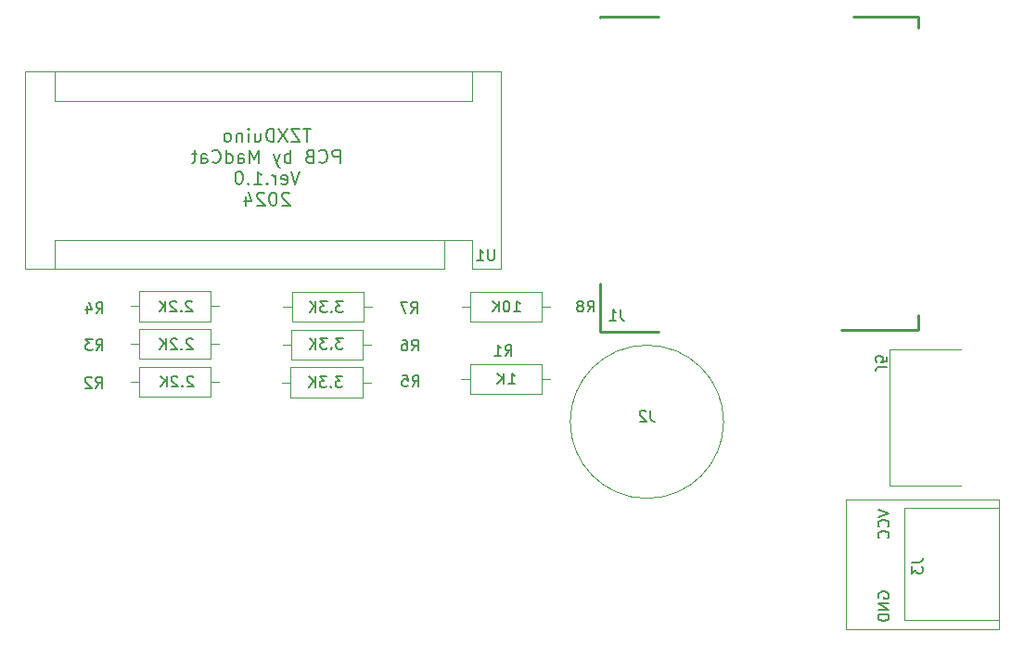
<source format=gbr>
%TF.GenerationSoftware,KiCad,Pcbnew,7.0.1*%
%TF.CreationDate,2024-03-20T11:55:58+03:00*%
%TF.ProjectId,TZXDuino,545a5844-7569-46e6-9f2e-6b696361645f,rev?*%
%TF.SameCoordinates,Original*%
%TF.FileFunction,Legend,Bot*%
%TF.FilePolarity,Positive*%
%FSLAX46Y46*%
G04 Gerber Fmt 4.6, Leading zero omitted, Abs format (unit mm)*
G04 Created by KiCad (PCBNEW 7.0.1) date 2024-03-20 11:55:58*
%MOMM*%
%LPD*%
G01*
G04 APERTURE LIST*
%ADD10C,0.200000*%
%ADD11C,0.150000*%
%ADD12C,0.120000*%
%ADD13C,0.100000*%
%ADD14C,0.254000*%
G04 APERTURE END LIST*
D10*
X120169999Y-78121142D02*
X119484285Y-78121142D01*
X119827142Y-79321142D02*
X119827142Y-78121142D01*
X119198570Y-78121142D02*
X118398570Y-78121142D01*
X118398570Y-78121142D02*
X119198570Y-79321142D01*
X119198570Y-79321142D02*
X118398570Y-79321142D01*
X118055713Y-78121142D02*
X117255713Y-79321142D01*
X117255713Y-78121142D02*
X118055713Y-79321142D01*
X116798570Y-79321142D02*
X116798570Y-78121142D01*
X116798570Y-78121142D02*
X116512856Y-78121142D01*
X116512856Y-78121142D02*
X116341427Y-78178285D01*
X116341427Y-78178285D02*
X116227142Y-78292571D01*
X116227142Y-78292571D02*
X116169999Y-78406857D01*
X116169999Y-78406857D02*
X116112856Y-78635428D01*
X116112856Y-78635428D02*
X116112856Y-78806857D01*
X116112856Y-78806857D02*
X116169999Y-79035428D01*
X116169999Y-79035428D02*
X116227142Y-79149714D01*
X116227142Y-79149714D02*
X116341427Y-79264000D01*
X116341427Y-79264000D02*
X116512856Y-79321142D01*
X116512856Y-79321142D02*
X116798570Y-79321142D01*
X115084285Y-78521142D02*
X115084285Y-79321142D01*
X115598570Y-78521142D02*
X115598570Y-79149714D01*
X115598570Y-79149714D02*
X115541427Y-79264000D01*
X115541427Y-79264000D02*
X115427142Y-79321142D01*
X115427142Y-79321142D02*
X115255713Y-79321142D01*
X115255713Y-79321142D02*
X115141427Y-79264000D01*
X115141427Y-79264000D02*
X115084285Y-79206857D01*
X114512856Y-79321142D02*
X114512856Y-78521142D01*
X114512856Y-78121142D02*
X114569999Y-78178285D01*
X114569999Y-78178285D02*
X114512856Y-78235428D01*
X114512856Y-78235428D02*
X114455713Y-78178285D01*
X114455713Y-78178285D02*
X114512856Y-78121142D01*
X114512856Y-78121142D02*
X114512856Y-78235428D01*
X113941427Y-78521142D02*
X113941427Y-79321142D01*
X113941427Y-78635428D02*
X113884284Y-78578285D01*
X113884284Y-78578285D02*
X113769999Y-78521142D01*
X113769999Y-78521142D02*
X113598570Y-78521142D01*
X113598570Y-78521142D02*
X113484284Y-78578285D01*
X113484284Y-78578285D02*
X113427142Y-78692571D01*
X113427142Y-78692571D02*
X113427142Y-79321142D01*
X112684285Y-79321142D02*
X112798570Y-79264000D01*
X112798570Y-79264000D02*
X112855713Y-79206857D01*
X112855713Y-79206857D02*
X112912856Y-79092571D01*
X112912856Y-79092571D02*
X112912856Y-78749714D01*
X112912856Y-78749714D02*
X112855713Y-78635428D01*
X112855713Y-78635428D02*
X112798570Y-78578285D01*
X112798570Y-78578285D02*
X112684285Y-78521142D01*
X112684285Y-78521142D02*
X112512856Y-78521142D01*
X112512856Y-78521142D02*
X112398570Y-78578285D01*
X112398570Y-78578285D02*
X112341428Y-78635428D01*
X112341428Y-78635428D02*
X112284285Y-78749714D01*
X112284285Y-78749714D02*
X112284285Y-79092571D01*
X112284285Y-79092571D02*
X112341428Y-79206857D01*
X112341428Y-79206857D02*
X112398570Y-79264000D01*
X112398570Y-79264000D02*
X112512856Y-79321142D01*
X112512856Y-79321142D02*
X112684285Y-79321142D01*
X122855713Y-81265142D02*
X122855713Y-80065142D01*
X122855713Y-80065142D02*
X122398570Y-80065142D01*
X122398570Y-80065142D02*
X122284285Y-80122285D01*
X122284285Y-80122285D02*
X122227142Y-80179428D01*
X122227142Y-80179428D02*
X122169999Y-80293714D01*
X122169999Y-80293714D02*
X122169999Y-80465142D01*
X122169999Y-80465142D02*
X122227142Y-80579428D01*
X122227142Y-80579428D02*
X122284285Y-80636571D01*
X122284285Y-80636571D02*
X122398570Y-80693714D01*
X122398570Y-80693714D02*
X122855713Y-80693714D01*
X120969999Y-81150857D02*
X121027142Y-81208000D01*
X121027142Y-81208000D02*
X121198570Y-81265142D01*
X121198570Y-81265142D02*
X121312856Y-81265142D01*
X121312856Y-81265142D02*
X121484285Y-81208000D01*
X121484285Y-81208000D02*
X121598570Y-81093714D01*
X121598570Y-81093714D02*
X121655713Y-80979428D01*
X121655713Y-80979428D02*
X121712856Y-80750857D01*
X121712856Y-80750857D02*
X121712856Y-80579428D01*
X121712856Y-80579428D02*
X121655713Y-80350857D01*
X121655713Y-80350857D02*
X121598570Y-80236571D01*
X121598570Y-80236571D02*
X121484285Y-80122285D01*
X121484285Y-80122285D02*
X121312856Y-80065142D01*
X121312856Y-80065142D02*
X121198570Y-80065142D01*
X121198570Y-80065142D02*
X121027142Y-80122285D01*
X121027142Y-80122285D02*
X120969999Y-80179428D01*
X120055713Y-80636571D02*
X119884285Y-80693714D01*
X119884285Y-80693714D02*
X119827142Y-80750857D01*
X119827142Y-80750857D02*
X119769999Y-80865142D01*
X119769999Y-80865142D02*
X119769999Y-81036571D01*
X119769999Y-81036571D02*
X119827142Y-81150857D01*
X119827142Y-81150857D02*
X119884285Y-81208000D01*
X119884285Y-81208000D02*
X119998570Y-81265142D01*
X119998570Y-81265142D02*
X120455713Y-81265142D01*
X120455713Y-81265142D02*
X120455713Y-80065142D01*
X120455713Y-80065142D02*
X120055713Y-80065142D01*
X120055713Y-80065142D02*
X119941428Y-80122285D01*
X119941428Y-80122285D02*
X119884285Y-80179428D01*
X119884285Y-80179428D02*
X119827142Y-80293714D01*
X119827142Y-80293714D02*
X119827142Y-80408000D01*
X119827142Y-80408000D02*
X119884285Y-80522285D01*
X119884285Y-80522285D02*
X119941428Y-80579428D01*
X119941428Y-80579428D02*
X120055713Y-80636571D01*
X120055713Y-80636571D02*
X120455713Y-80636571D01*
X118341427Y-81265142D02*
X118341427Y-80065142D01*
X118341427Y-80522285D02*
X118227142Y-80465142D01*
X118227142Y-80465142D02*
X117998570Y-80465142D01*
X117998570Y-80465142D02*
X117884284Y-80522285D01*
X117884284Y-80522285D02*
X117827142Y-80579428D01*
X117827142Y-80579428D02*
X117769999Y-80693714D01*
X117769999Y-80693714D02*
X117769999Y-81036571D01*
X117769999Y-81036571D02*
X117827142Y-81150857D01*
X117827142Y-81150857D02*
X117884284Y-81208000D01*
X117884284Y-81208000D02*
X117998570Y-81265142D01*
X117998570Y-81265142D02*
X118227142Y-81265142D01*
X118227142Y-81265142D02*
X118341427Y-81208000D01*
X117369999Y-80465142D02*
X117084285Y-81265142D01*
X116798570Y-80465142D02*
X117084285Y-81265142D01*
X117084285Y-81265142D02*
X117198570Y-81550857D01*
X117198570Y-81550857D02*
X117255713Y-81608000D01*
X117255713Y-81608000D02*
X117369999Y-81665142D01*
X115427141Y-81265142D02*
X115427141Y-80065142D01*
X115427141Y-80065142D02*
X115027141Y-80922285D01*
X115027141Y-80922285D02*
X114627141Y-80065142D01*
X114627141Y-80065142D02*
X114627141Y-81265142D01*
X113541427Y-81265142D02*
X113541427Y-80636571D01*
X113541427Y-80636571D02*
X113598569Y-80522285D01*
X113598569Y-80522285D02*
X113712855Y-80465142D01*
X113712855Y-80465142D02*
X113941427Y-80465142D01*
X113941427Y-80465142D02*
X114055712Y-80522285D01*
X113541427Y-81208000D02*
X113655712Y-81265142D01*
X113655712Y-81265142D02*
X113941427Y-81265142D01*
X113941427Y-81265142D02*
X114055712Y-81208000D01*
X114055712Y-81208000D02*
X114112855Y-81093714D01*
X114112855Y-81093714D02*
X114112855Y-80979428D01*
X114112855Y-80979428D02*
X114055712Y-80865142D01*
X114055712Y-80865142D02*
X113941427Y-80808000D01*
X113941427Y-80808000D02*
X113655712Y-80808000D01*
X113655712Y-80808000D02*
X113541427Y-80750857D01*
X112455713Y-81265142D02*
X112455713Y-80065142D01*
X112455713Y-81208000D02*
X112569998Y-81265142D01*
X112569998Y-81265142D02*
X112798570Y-81265142D01*
X112798570Y-81265142D02*
X112912855Y-81208000D01*
X112912855Y-81208000D02*
X112969998Y-81150857D01*
X112969998Y-81150857D02*
X113027141Y-81036571D01*
X113027141Y-81036571D02*
X113027141Y-80693714D01*
X113027141Y-80693714D02*
X112969998Y-80579428D01*
X112969998Y-80579428D02*
X112912855Y-80522285D01*
X112912855Y-80522285D02*
X112798570Y-80465142D01*
X112798570Y-80465142D02*
X112569998Y-80465142D01*
X112569998Y-80465142D02*
X112455713Y-80522285D01*
X111198570Y-81150857D02*
X111255713Y-81208000D01*
X111255713Y-81208000D02*
X111427141Y-81265142D01*
X111427141Y-81265142D02*
X111541427Y-81265142D01*
X111541427Y-81265142D02*
X111712856Y-81208000D01*
X111712856Y-81208000D02*
X111827141Y-81093714D01*
X111827141Y-81093714D02*
X111884284Y-80979428D01*
X111884284Y-80979428D02*
X111941427Y-80750857D01*
X111941427Y-80750857D02*
X111941427Y-80579428D01*
X111941427Y-80579428D02*
X111884284Y-80350857D01*
X111884284Y-80350857D02*
X111827141Y-80236571D01*
X111827141Y-80236571D02*
X111712856Y-80122285D01*
X111712856Y-80122285D02*
X111541427Y-80065142D01*
X111541427Y-80065142D02*
X111427141Y-80065142D01*
X111427141Y-80065142D02*
X111255713Y-80122285D01*
X111255713Y-80122285D02*
X111198570Y-80179428D01*
X110169999Y-81265142D02*
X110169999Y-80636571D01*
X110169999Y-80636571D02*
X110227141Y-80522285D01*
X110227141Y-80522285D02*
X110341427Y-80465142D01*
X110341427Y-80465142D02*
X110569999Y-80465142D01*
X110569999Y-80465142D02*
X110684284Y-80522285D01*
X110169999Y-81208000D02*
X110284284Y-81265142D01*
X110284284Y-81265142D02*
X110569999Y-81265142D01*
X110569999Y-81265142D02*
X110684284Y-81208000D01*
X110684284Y-81208000D02*
X110741427Y-81093714D01*
X110741427Y-81093714D02*
X110741427Y-80979428D01*
X110741427Y-80979428D02*
X110684284Y-80865142D01*
X110684284Y-80865142D02*
X110569999Y-80808000D01*
X110569999Y-80808000D02*
X110284284Y-80808000D01*
X110284284Y-80808000D02*
X110169999Y-80750857D01*
X109769999Y-80465142D02*
X109312856Y-80465142D01*
X109598570Y-80065142D02*
X109598570Y-81093714D01*
X109598570Y-81093714D02*
X109541427Y-81208000D01*
X109541427Y-81208000D02*
X109427142Y-81265142D01*
X109427142Y-81265142D02*
X109312856Y-81265142D01*
X119169999Y-82009142D02*
X118769999Y-83209142D01*
X118769999Y-83209142D02*
X118369999Y-82009142D01*
X117512856Y-83152000D02*
X117627142Y-83209142D01*
X117627142Y-83209142D02*
X117855714Y-83209142D01*
X117855714Y-83209142D02*
X117969999Y-83152000D01*
X117969999Y-83152000D02*
X118027142Y-83037714D01*
X118027142Y-83037714D02*
X118027142Y-82580571D01*
X118027142Y-82580571D02*
X117969999Y-82466285D01*
X117969999Y-82466285D02*
X117855714Y-82409142D01*
X117855714Y-82409142D02*
X117627142Y-82409142D01*
X117627142Y-82409142D02*
X117512856Y-82466285D01*
X117512856Y-82466285D02*
X117455714Y-82580571D01*
X117455714Y-82580571D02*
X117455714Y-82694857D01*
X117455714Y-82694857D02*
X118027142Y-82809142D01*
X116941428Y-83209142D02*
X116941428Y-82409142D01*
X116941428Y-82637714D02*
X116884285Y-82523428D01*
X116884285Y-82523428D02*
X116827143Y-82466285D01*
X116827143Y-82466285D02*
X116712857Y-82409142D01*
X116712857Y-82409142D02*
X116598571Y-82409142D01*
X116198571Y-83094857D02*
X116141428Y-83152000D01*
X116141428Y-83152000D02*
X116198571Y-83209142D01*
X116198571Y-83209142D02*
X116255714Y-83152000D01*
X116255714Y-83152000D02*
X116198571Y-83094857D01*
X116198571Y-83094857D02*
X116198571Y-83209142D01*
X114998571Y-83209142D02*
X115684285Y-83209142D01*
X115341428Y-83209142D02*
X115341428Y-82009142D01*
X115341428Y-82009142D02*
X115455714Y-82180571D01*
X115455714Y-82180571D02*
X115569999Y-82294857D01*
X115569999Y-82294857D02*
X115684285Y-82352000D01*
X114484285Y-83094857D02*
X114427142Y-83152000D01*
X114427142Y-83152000D02*
X114484285Y-83209142D01*
X114484285Y-83209142D02*
X114541428Y-83152000D01*
X114541428Y-83152000D02*
X114484285Y-83094857D01*
X114484285Y-83094857D02*
X114484285Y-83209142D01*
X113684285Y-82009142D02*
X113569999Y-82009142D01*
X113569999Y-82009142D02*
X113455713Y-82066285D01*
X113455713Y-82066285D02*
X113398571Y-82123428D01*
X113398571Y-82123428D02*
X113341428Y-82237714D01*
X113341428Y-82237714D02*
X113284285Y-82466285D01*
X113284285Y-82466285D02*
X113284285Y-82752000D01*
X113284285Y-82752000D02*
X113341428Y-82980571D01*
X113341428Y-82980571D02*
X113398571Y-83094857D01*
X113398571Y-83094857D02*
X113455713Y-83152000D01*
X113455713Y-83152000D02*
X113569999Y-83209142D01*
X113569999Y-83209142D02*
X113684285Y-83209142D01*
X113684285Y-83209142D02*
X113798571Y-83152000D01*
X113798571Y-83152000D02*
X113855713Y-83094857D01*
X113855713Y-83094857D02*
X113912856Y-82980571D01*
X113912856Y-82980571D02*
X113969999Y-82752000D01*
X113969999Y-82752000D02*
X113969999Y-82466285D01*
X113969999Y-82466285D02*
X113912856Y-82237714D01*
X113912856Y-82237714D02*
X113855713Y-82123428D01*
X113855713Y-82123428D02*
X113798571Y-82066285D01*
X113798571Y-82066285D02*
X113684285Y-82009142D01*
X118227142Y-84067428D02*
X118169999Y-84010285D01*
X118169999Y-84010285D02*
X118055714Y-83953142D01*
X118055714Y-83953142D02*
X117769999Y-83953142D01*
X117769999Y-83953142D02*
X117655714Y-84010285D01*
X117655714Y-84010285D02*
X117598571Y-84067428D01*
X117598571Y-84067428D02*
X117541428Y-84181714D01*
X117541428Y-84181714D02*
X117541428Y-84296000D01*
X117541428Y-84296000D02*
X117598571Y-84467428D01*
X117598571Y-84467428D02*
X118284285Y-85153142D01*
X118284285Y-85153142D02*
X117541428Y-85153142D01*
X116798571Y-83953142D02*
X116684285Y-83953142D01*
X116684285Y-83953142D02*
X116569999Y-84010285D01*
X116569999Y-84010285D02*
X116512857Y-84067428D01*
X116512857Y-84067428D02*
X116455714Y-84181714D01*
X116455714Y-84181714D02*
X116398571Y-84410285D01*
X116398571Y-84410285D02*
X116398571Y-84696000D01*
X116398571Y-84696000D02*
X116455714Y-84924571D01*
X116455714Y-84924571D02*
X116512857Y-85038857D01*
X116512857Y-85038857D02*
X116569999Y-85096000D01*
X116569999Y-85096000D02*
X116684285Y-85153142D01*
X116684285Y-85153142D02*
X116798571Y-85153142D01*
X116798571Y-85153142D02*
X116912857Y-85096000D01*
X116912857Y-85096000D02*
X116969999Y-85038857D01*
X116969999Y-85038857D02*
X117027142Y-84924571D01*
X117027142Y-84924571D02*
X117084285Y-84696000D01*
X117084285Y-84696000D02*
X117084285Y-84410285D01*
X117084285Y-84410285D02*
X117027142Y-84181714D01*
X117027142Y-84181714D02*
X116969999Y-84067428D01*
X116969999Y-84067428D02*
X116912857Y-84010285D01*
X116912857Y-84010285D02*
X116798571Y-83953142D01*
X115941428Y-84067428D02*
X115884285Y-84010285D01*
X115884285Y-84010285D02*
X115770000Y-83953142D01*
X115770000Y-83953142D02*
X115484285Y-83953142D01*
X115484285Y-83953142D02*
X115370000Y-84010285D01*
X115370000Y-84010285D02*
X115312857Y-84067428D01*
X115312857Y-84067428D02*
X115255714Y-84181714D01*
X115255714Y-84181714D02*
X115255714Y-84296000D01*
X115255714Y-84296000D02*
X115312857Y-84467428D01*
X115312857Y-84467428D02*
X115998571Y-85153142D01*
X115998571Y-85153142D02*
X115255714Y-85153142D01*
X114227143Y-84353142D02*
X114227143Y-85153142D01*
X114512857Y-83896000D02*
X114798571Y-84753142D01*
X114798571Y-84753142D02*
X114055714Y-84753142D01*
D11*
%TO.C,U1*%
X136931904Y-89162619D02*
X136931904Y-89972142D01*
X136931904Y-89972142D02*
X136884285Y-90067380D01*
X136884285Y-90067380D02*
X136836666Y-90115000D01*
X136836666Y-90115000D02*
X136741428Y-90162619D01*
X136741428Y-90162619D02*
X136550952Y-90162619D01*
X136550952Y-90162619D02*
X136455714Y-90115000D01*
X136455714Y-90115000D02*
X136408095Y-90067380D01*
X136408095Y-90067380D02*
X136360476Y-89972142D01*
X136360476Y-89972142D02*
X136360476Y-89162619D01*
X135360476Y-90162619D02*
X135931904Y-90162619D01*
X135646190Y-90162619D02*
X135646190Y-89162619D01*
X135646190Y-89162619D02*
X135741428Y-89305476D01*
X135741428Y-89305476D02*
X135836666Y-89400714D01*
X135836666Y-89400714D02*
X135931904Y-89448333D01*
%TO.C,R4*%
X100598266Y-95001419D02*
X100931599Y-94525228D01*
X101169694Y-95001419D02*
X101169694Y-94001419D01*
X101169694Y-94001419D02*
X100788742Y-94001419D01*
X100788742Y-94001419D02*
X100693504Y-94049038D01*
X100693504Y-94049038D02*
X100645885Y-94096657D01*
X100645885Y-94096657D02*
X100598266Y-94191895D01*
X100598266Y-94191895D02*
X100598266Y-94334752D01*
X100598266Y-94334752D02*
X100645885Y-94429990D01*
X100645885Y-94429990D02*
X100693504Y-94477609D01*
X100693504Y-94477609D02*
X100788742Y-94525228D01*
X100788742Y-94525228D02*
X101169694Y-94525228D01*
X99741123Y-94334752D02*
X99741123Y-95001419D01*
X99979218Y-93953800D02*
X100217313Y-94668085D01*
X100217313Y-94668085D02*
X99598266Y-94668085D01*
X109348399Y-93944257D02*
X109300780Y-93896638D01*
X109300780Y-93896638D02*
X109205542Y-93849019D01*
X109205542Y-93849019D02*
X108967447Y-93849019D01*
X108967447Y-93849019D02*
X108872209Y-93896638D01*
X108872209Y-93896638D02*
X108824590Y-93944257D01*
X108824590Y-93944257D02*
X108776971Y-94039495D01*
X108776971Y-94039495D02*
X108776971Y-94134733D01*
X108776971Y-94134733D02*
X108824590Y-94277590D01*
X108824590Y-94277590D02*
X109396018Y-94849019D01*
X109396018Y-94849019D02*
X108776971Y-94849019D01*
X108348399Y-94753780D02*
X108300780Y-94801400D01*
X108300780Y-94801400D02*
X108348399Y-94849019D01*
X108348399Y-94849019D02*
X108396018Y-94801400D01*
X108396018Y-94801400D02*
X108348399Y-94753780D01*
X108348399Y-94753780D02*
X108348399Y-94849019D01*
X107919828Y-93944257D02*
X107872209Y-93896638D01*
X107872209Y-93896638D02*
X107776971Y-93849019D01*
X107776971Y-93849019D02*
X107538876Y-93849019D01*
X107538876Y-93849019D02*
X107443638Y-93896638D01*
X107443638Y-93896638D02*
X107396019Y-93944257D01*
X107396019Y-93944257D02*
X107348400Y-94039495D01*
X107348400Y-94039495D02*
X107348400Y-94134733D01*
X107348400Y-94134733D02*
X107396019Y-94277590D01*
X107396019Y-94277590D02*
X107967447Y-94849019D01*
X107967447Y-94849019D02*
X107348400Y-94849019D01*
X106919828Y-94849019D02*
X106919828Y-93849019D01*
X106348400Y-94849019D02*
X106776971Y-94277590D01*
X106348400Y-93849019D02*
X106919828Y-94420447D01*
%TO.C,J3*%
X175037819Y-117751666D02*
X175752104Y-117751666D01*
X175752104Y-117751666D02*
X175894961Y-117704047D01*
X175894961Y-117704047D02*
X175990200Y-117608809D01*
X175990200Y-117608809D02*
X176037819Y-117465952D01*
X176037819Y-117465952D02*
X176037819Y-117370714D01*
X175037819Y-118132619D02*
X175037819Y-118751666D01*
X175037819Y-118751666D02*
X175418771Y-118418333D01*
X175418771Y-118418333D02*
X175418771Y-118561190D01*
X175418771Y-118561190D02*
X175466390Y-118656428D01*
X175466390Y-118656428D02*
X175514009Y-118704047D01*
X175514009Y-118704047D02*
X175609247Y-118751666D01*
X175609247Y-118751666D02*
X175847342Y-118751666D01*
X175847342Y-118751666D02*
X175942580Y-118704047D01*
X175942580Y-118704047D02*
X175990200Y-118656428D01*
X175990200Y-118656428D02*
X176037819Y-118561190D01*
X176037819Y-118561190D02*
X176037819Y-118275476D01*
X176037819Y-118275476D02*
X175990200Y-118180238D01*
X175990200Y-118180238D02*
X175942580Y-118132619D01*
X171960019Y-112927838D02*
X172960019Y-113261171D01*
X172960019Y-113261171D02*
X171960019Y-113594504D01*
X172864780Y-114499266D02*
X172912400Y-114451647D01*
X172912400Y-114451647D02*
X172960019Y-114308790D01*
X172960019Y-114308790D02*
X172960019Y-114213552D01*
X172960019Y-114213552D02*
X172912400Y-114070695D01*
X172912400Y-114070695D02*
X172817161Y-113975457D01*
X172817161Y-113975457D02*
X172721923Y-113927838D01*
X172721923Y-113927838D02*
X172531447Y-113880219D01*
X172531447Y-113880219D02*
X172388590Y-113880219D01*
X172388590Y-113880219D02*
X172198114Y-113927838D01*
X172198114Y-113927838D02*
X172102876Y-113975457D01*
X172102876Y-113975457D02*
X172007638Y-114070695D01*
X172007638Y-114070695D02*
X171960019Y-114213552D01*
X171960019Y-114213552D02*
X171960019Y-114308790D01*
X171960019Y-114308790D02*
X172007638Y-114451647D01*
X172007638Y-114451647D02*
X172055257Y-114499266D01*
X172864780Y-115499266D02*
X172912400Y-115451647D01*
X172912400Y-115451647D02*
X172960019Y-115308790D01*
X172960019Y-115308790D02*
X172960019Y-115213552D01*
X172960019Y-115213552D02*
X172912400Y-115070695D01*
X172912400Y-115070695D02*
X172817161Y-114975457D01*
X172817161Y-114975457D02*
X172721923Y-114927838D01*
X172721923Y-114927838D02*
X172531447Y-114880219D01*
X172531447Y-114880219D02*
X172388590Y-114880219D01*
X172388590Y-114880219D02*
X172198114Y-114927838D01*
X172198114Y-114927838D02*
X172102876Y-114975457D01*
X172102876Y-114975457D02*
X172007638Y-115070695D01*
X172007638Y-115070695D02*
X171960019Y-115213552D01*
X171960019Y-115213552D02*
X171960019Y-115308790D01*
X171960019Y-115308790D02*
X172007638Y-115451647D01*
X172007638Y-115451647D02*
X172055257Y-115499266D01*
X172007638Y-120994504D02*
X171960019Y-120899266D01*
X171960019Y-120899266D02*
X171960019Y-120756409D01*
X171960019Y-120756409D02*
X172007638Y-120613552D01*
X172007638Y-120613552D02*
X172102876Y-120518314D01*
X172102876Y-120518314D02*
X172198114Y-120470695D01*
X172198114Y-120470695D02*
X172388590Y-120423076D01*
X172388590Y-120423076D02*
X172531447Y-120423076D01*
X172531447Y-120423076D02*
X172721923Y-120470695D01*
X172721923Y-120470695D02*
X172817161Y-120518314D01*
X172817161Y-120518314D02*
X172912400Y-120613552D01*
X172912400Y-120613552D02*
X172960019Y-120756409D01*
X172960019Y-120756409D02*
X172960019Y-120851647D01*
X172960019Y-120851647D02*
X172912400Y-120994504D01*
X172912400Y-120994504D02*
X172864780Y-121042123D01*
X172864780Y-121042123D02*
X172531447Y-121042123D01*
X172531447Y-121042123D02*
X172531447Y-120851647D01*
X172960019Y-121470695D02*
X171960019Y-121470695D01*
X171960019Y-121470695D02*
X172960019Y-122042123D01*
X172960019Y-122042123D02*
X171960019Y-122042123D01*
X172960019Y-122518314D02*
X171960019Y-122518314D01*
X171960019Y-122518314D02*
X171960019Y-122756409D01*
X171960019Y-122756409D02*
X172007638Y-122899266D01*
X172007638Y-122899266D02*
X172102876Y-122994504D01*
X172102876Y-122994504D02*
X172198114Y-123042123D01*
X172198114Y-123042123D02*
X172388590Y-123089742D01*
X172388590Y-123089742D02*
X172531447Y-123089742D01*
X172531447Y-123089742D02*
X172721923Y-123042123D01*
X172721923Y-123042123D02*
X172817161Y-122994504D01*
X172817161Y-122994504D02*
X172912400Y-122899266D01*
X172912400Y-122899266D02*
X172960019Y-122756409D01*
X172960019Y-122756409D02*
X172960019Y-122518314D01*
%TO.C,R7*%
X129351066Y-94950619D02*
X129684399Y-94474428D01*
X129922494Y-94950619D02*
X129922494Y-93950619D01*
X129922494Y-93950619D02*
X129541542Y-93950619D01*
X129541542Y-93950619D02*
X129446304Y-93998238D01*
X129446304Y-93998238D02*
X129398685Y-94045857D01*
X129398685Y-94045857D02*
X129351066Y-94141095D01*
X129351066Y-94141095D02*
X129351066Y-94283952D01*
X129351066Y-94283952D02*
X129398685Y-94379190D01*
X129398685Y-94379190D02*
X129446304Y-94426809D01*
X129446304Y-94426809D02*
X129541542Y-94474428D01*
X129541542Y-94474428D02*
X129922494Y-94474428D01*
X129017732Y-93950619D02*
X128351066Y-93950619D01*
X128351066Y-93950619D02*
X128779637Y-94950619D01*
X123112018Y-93899819D02*
X122492971Y-93899819D01*
X122492971Y-93899819D02*
X122826304Y-94280771D01*
X122826304Y-94280771D02*
X122683447Y-94280771D01*
X122683447Y-94280771D02*
X122588209Y-94328390D01*
X122588209Y-94328390D02*
X122540590Y-94376009D01*
X122540590Y-94376009D02*
X122492971Y-94471247D01*
X122492971Y-94471247D02*
X122492971Y-94709342D01*
X122492971Y-94709342D02*
X122540590Y-94804580D01*
X122540590Y-94804580D02*
X122588209Y-94852200D01*
X122588209Y-94852200D02*
X122683447Y-94899819D01*
X122683447Y-94899819D02*
X122969161Y-94899819D01*
X122969161Y-94899819D02*
X123064399Y-94852200D01*
X123064399Y-94852200D02*
X123112018Y-94804580D01*
X122064399Y-94804580D02*
X122016780Y-94852200D01*
X122016780Y-94852200D02*
X122064399Y-94899819D01*
X122064399Y-94899819D02*
X122112018Y-94852200D01*
X122112018Y-94852200D02*
X122064399Y-94804580D01*
X122064399Y-94804580D02*
X122064399Y-94899819D01*
X121683447Y-93899819D02*
X121064400Y-93899819D01*
X121064400Y-93899819D02*
X121397733Y-94280771D01*
X121397733Y-94280771D02*
X121254876Y-94280771D01*
X121254876Y-94280771D02*
X121159638Y-94328390D01*
X121159638Y-94328390D02*
X121112019Y-94376009D01*
X121112019Y-94376009D02*
X121064400Y-94471247D01*
X121064400Y-94471247D02*
X121064400Y-94709342D01*
X121064400Y-94709342D02*
X121112019Y-94804580D01*
X121112019Y-94804580D02*
X121159638Y-94852200D01*
X121159638Y-94852200D02*
X121254876Y-94899819D01*
X121254876Y-94899819D02*
X121540590Y-94899819D01*
X121540590Y-94899819D02*
X121635828Y-94852200D01*
X121635828Y-94852200D02*
X121683447Y-94804580D01*
X120635828Y-94899819D02*
X120635828Y-93899819D01*
X120064400Y-94899819D02*
X120492971Y-94328390D01*
X120064400Y-93899819D02*
X120635828Y-94471247D01*
%TO.C,R6*%
X129401866Y-98405019D02*
X129735199Y-97928828D01*
X129973294Y-98405019D02*
X129973294Y-97405019D01*
X129973294Y-97405019D02*
X129592342Y-97405019D01*
X129592342Y-97405019D02*
X129497104Y-97452638D01*
X129497104Y-97452638D02*
X129449485Y-97500257D01*
X129449485Y-97500257D02*
X129401866Y-97595495D01*
X129401866Y-97595495D02*
X129401866Y-97738352D01*
X129401866Y-97738352D02*
X129449485Y-97833590D01*
X129449485Y-97833590D02*
X129497104Y-97881209D01*
X129497104Y-97881209D02*
X129592342Y-97928828D01*
X129592342Y-97928828D02*
X129973294Y-97928828D01*
X128544723Y-97405019D02*
X128735199Y-97405019D01*
X128735199Y-97405019D02*
X128830437Y-97452638D01*
X128830437Y-97452638D02*
X128878056Y-97500257D01*
X128878056Y-97500257D02*
X128973294Y-97643114D01*
X128973294Y-97643114D02*
X129020913Y-97833590D01*
X129020913Y-97833590D02*
X129020913Y-98214542D01*
X129020913Y-98214542D02*
X128973294Y-98309780D01*
X128973294Y-98309780D02*
X128925675Y-98357400D01*
X128925675Y-98357400D02*
X128830437Y-98405019D01*
X128830437Y-98405019D02*
X128639961Y-98405019D01*
X128639961Y-98405019D02*
X128544723Y-98357400D01*
X128544723Y-98357400D02*
X128497104Y-98309780D01*
X128497104Y-98309780D02*
X128449485Y-98214542D01*
X128449485Y-98214542D02*
X128449485Y-97976447D01*
X128449485Y-97976447D02*
X128497104Y-97881209D01*
X128497104Y-97881209D02*
X128544723Y-97833590D01*
X128544723Y-97833590D02*
X128639961Y-97785971D01*
X128639961Y-97785971D02*
X128830437Y-97785971D01*
X128830437Y-97785971D02*
X128925675Y-97833590D01*
X128925675Y-97833590D02*
X128973294Y-97881209D01*
X128973294Y-97881209D02*
X129020913Y-97976447D01*
X123112018Y-97252619D02*
X122492971Y-97252619D01*
X122492971Y-97252619D02*
X122826304Y-97633571D01*
X122826304Y-97633571D02*
X122683447Y-97633571D01*
X122683447Y-97633571D02*
X122588209Y-97681190D01*
X122588209Y-97681190D02*
X122540590Y-97728809D01*
X122540590Y-97728809D02*
X122492971Y-97824047D01*
X122492971Y-97824047D02*
X122492971Y-98062142D01*
X122492971Y-98062142D02*
X122540590Y-98157380D01*
X122540590Y-98157380D02*
X122588209Y-98205000D01*
X122588209Y-98205000D02*
X122683447Y-98252619D01*
X122683447Y-98252619D02*
X122969161Y-98252619D01*
X122969161Y-98252619D02*
X123064399Y-98205000D01*
X123064399Y-98205000D02*
X123112018Y-98157380D01*
X122064399Y-98157380D02*
X122016780Y-98205000D01*
X122016780Y-98205000D02*
X122064399Y-98252619D01*
X122064399Y-98252619D02*
X122112018Y-98205000D01*
X122112018Y-98205000D02*
X122064399Y-98157380D01*
X122064399Y-98157380D02*
X122064399Y-98252619D01*
X121683447Y-97252619D02*
X121064400Y-97252619D01*
X121064400Y-97252619D02*
X121397733Y-97633571D01*
X121397733Y-97633571D02*
X121254876Y-97633571D01*
X121254876Y-97633571D02*
X121159638Y-97681190D01*
X121159638Y-97681190D02*
X121112019Y-97728809D01*
X121112019Y-97728809D02*
X121064400Y-97824047D01*
X121064400Y-97824047D02*
X121064400Y-98062142D01*
X121064400Y-98062142D02*
X121112019Y-98157380D01*
X121112019Y-98157380D02*
X121159638Y-98205000D01*
X121159638Y-98205000D02*
X121254876Y-98252619D01*
X121254876Y-98252619D02*
X121540590Y-98252619D01*
X121540590Y-98252619D02*
X121635828Y-98205000D01*
X121635828Y-98205000D02*
X121683447Y-98157380D01*
X120635828Y-98252619D02*
X120635828Y-97252619D01*
X120064400Y-98252619D02*
X120492971Y-97681190D01*
X120064400Y-97252619D02*
X120635828Y-97824047D01*
%TO.C,J2*%
X151203333Y-103862619D02*
X151203333Y-104576904D01*
X151203333Y-104576904D02*
X151250952Y-104719761D01*
X151250952Y-104719761D02*
X151346190Y-104815000D01*
X151346190Y-104815000D02*
X151489047Y-104862619D01*
X151489047Y-104862619D02*
X151584285Y-104862619D01*
X150774761Y-103957857D02*
X150727142Y-103910238D01*
X150727142Y-103910238D02*
X150631904Y-103862619D01*
X150631904Y-103862619D02*
X150393809Y-103862619D01*
X150393809Y-103862619D02*
X150298571Y-103910238D01*
X150298571Y-103910238D02*
X150250952Y-103957857D01*
X150250952Y-103957857D02*
X150203333Y-104053095D01*
X150203333Y-104053095D02*
X150203333Y-104148333D01*
X150203333Y-104148333D02*
X150250952Y-104291190D01*
X150250952Y-104291190D02*
X150822380Y-104862619D01*
X150822380Y-104862619D02*
X150203333Y-104862619D01*
%TO.C,J5*%
X172762380Y-99883333D02*
X172048095Y-99883333D01*
X172048095Y-99883333D02*
X171905238Y-99930952D01*
X171905238Y-99930952D02*
X171810000Y-100026190D01*
X171810000Y-100026190D02*
X171762380Y-100169047D01*
X171762380Y-100169047D02*
X171762380Y-100264285D01*
X172762380Y-98930952D02*
X172762380Y-99407142D01*
X172762380Y-99407142D02*
X172286190Y-99454761D01*
X172286190Y-99454761D02*
X172333809Y-99407142D01*
X172333809Y-99407142D02*
X172381428Y-99311904D01*
X172381428Y-99311904D02*
X172381428Y-99073809D01*
X172381428Y-99073809D02*
X172333809Y-98978571D01*
X172333809Y-98978571D02*
X172286190Y-98930952D01*
X172286190Y-98930952D02*
X172190952Y-98883333D01*
X172190952Y-98883333D02*
X171952857Y-98883333D01*
X171952857Y-98883333D02*
X171857619Y-98930952D01*
X171857619Y-98930952D02*
X171810000Y-98978571D01*
X171810000Y-98978571D02*
X171762380Y-99073809D01*
X171762380Y-99073809D02*
X171762380Y-99311904D01*
X171762380Y-99311904D02*
X171810000Y-99407142D01*
X171810000Y-99407142D02*
X171857619Y-99454761D01*
%TO.C,J1*%
X148458076Y-94623419D02*
X148458076Y-95337704D01*
X148458076Y-95337704D02*
X148505695Y-95480561D01*
X148505695Y-95480561D02*
X148600933Y-95575800D01*
X148600933Y-95575800D02*
X148743790Y-95623419D01*
X148743790Y-95623419D02*
X148839028Y-95623419D01*
X147458076Y-95623419D02*
X148029504Y-95623419D01*
X147743790Y-95623419D02*
X147743790Y-94623419D01*
X147743790Y-94623419D02*
X147839028Y-94766276D01*
X147839028Y-94766276D02*
X147934266Y-94861514D01*
X147934266Y-94861514D02*
X148029504Y-94909133D01*
%TO.C,R8*%
X145454666Y-94849019D02*
X145787999Y-94372828D01*
X146026094Y-94849019D02*
X146026094Y-93849019D01*
X146026094Y-93849019D02*
X145645142Y-93849019D01*
X145645142Y-93849019D02*
X145549904Y-93896638D01*
X145549904Y-93896638D02*
X145502285Y-93944257D01*
X145502285Y-93944257D02*
X145454666Y-94039495D01*
X145454666Y-94039495D02*
X145454666Y-94182352D01*
X145454666Y-94182352D02*
X145502285Y-94277590D01*
X145502285Y-94277590D02*
X145549904Y-94325209D01*
X145549904Y-94325209D02*
X145645142Y-94372828D01*
X145645142Y-94372828D02*
X146026094Y-94372828D01*
X144883237Y-94277590D02*
X144978475Y-94229971D01*
X144978475Y-94229971D02*
X145026094Y-94182352D01*
X145026094Y-94182352D02*
X145073713Y-94087114D01*
X145073713Y-94087114D02*
X145073713Y-94039495D01*
X145073713Y-94039495D02*
X145026094Y-93944257D01*
X145026094Y-93944257D02*
X144978475Y-93896638D01*
X144978475Y-93896638D02*
X144883237Y-93849019D01*
X144883237Y-93849019D02*
X144692761Y-93849019D01*
X144692761Y-93849019D02*
X144597523Y-93896638D01*
X144597523Y-93896638D02*
X144549904Y-93944257D01*
X144549904Y-93944257D02*
X144502285Y-94039495D01*
X144502285Y-94039495D02*
X144502285Y-94087114D01*
X144502285Y-94087114D02*
X144549904Y-94182352D01*
X144549904Y-94182352D02*
X144597523Y-94229971D01*
X144597523Y-94229971D02*
X144692761Y-94277590D01*
X144692761Y-94277590D02*
X144883237Y-94277590D01*
X144883237Y-94277590D02*
X144978475Y-94325209D01*
X144978475Y-94325209D02*
X145026094Y-94372828D01*
X145026094Y-94372828D02*
X145073713Y-94468066D01*
X145073713Y-94468066D02*
X145073713Y-94658542D01*
X145073713Y-94658542D02*
X145026094Y-94753780D01*
X145026094Y-94753780D02*
X144978475Y-94801400D01*
X144978475Y-94801400D02*
X144883237Y-94849019D01*
X144883237Y-94849019D02*
X144692761Y-94849019D01*
X144692761Y-94849019D02*
X144597523Y-94801400D01*
X144597523Y-94801400D02*
X144549904Y-94753780D01*
X144549904Y-94753780D02*
X144502285Y-94658542D01*
X144502285Y-94658542D02*
X144502285Y-94468066D01*
X144502285Y-94468066D02*
X144549904Y-94372828D01*
X144549904Y-94372828D02*
X144597523Y-94325209D01*
X144597523Y-94325209D02*
X144692761Y-94277590D01*
X138714076Y-94849019D02*
X139285504Y-94849019D01*
X138999790Y-94849019D02*
X138999790Y-93849019D01*
X138999790Y-93849019D02*
X139095028Y-93991876D01*
X139095028Y-93991876D02*
X139190266Y-94087114D01*
X139190266Y-94087114D02*
X139285504Y-94134733D01*
X138095028Y-93849019D02*
X137999790Y-93849019D01*
X137999790Y-93849019D02*
X137904552Y-93896638D01*
X137904552Y-93896638D02*
X137856933Y-93944257D01*
X137856933Y-93944257D02*
X137809314Y-94039495D01*
X137809314Y-94039495D02*
X137761695Y-94229971D01*
X137761695Y-94229971D02*
X137761695Y-94468066D01*
X137761695Y-94468066D02*
X137809314Y-94658542D01*
X137809314Y-94658542D02*
X137856933Y-94753780D01*
X137856933Y-94753780D02*
X137904552Y-94801400D01*
X137904552Y-94801400D02*
X137999790Y-94849019D01*
X137999790Y-94849019D02*
X138095028Y-94849019D01*
X138095028Y-94849019D02*
X138190266Y-94801400D01*
X138190266Y-94801400D02*
X138237885Y-94753780D01*
X138237885Y-94753780D02*
X138285504Y-94658542D01*
X138285504Y-94658542D02*
X138333123Y-94468066D01*
X138333123Y-94468066D02*
X138333123Y-94229971D01*
X138333123Y-94229971D02*
X138285504Y-94039495D01*
X138285504Y-94039495D02*
X138237885Y-93944257D01*
X138237885Y-93944257D02*
X138190266Y-93896638D01*
X138190266Y-93896638D02*
X138095028Y-93849019D01*
X137333123Y-94849019D02*
X137333123Y-93849019D01*
X136761695Y-94849019D02*
X137190266Y-94277590D01*
X136761695Y-93849019D02*
X137333123Y-94420447D01*
%TO.C,R2*%
X100547466Y-101808619D02*
X100880799Y-101332428D01*
X101118894Y-101808619D02*
X101118894Y-100808619D01*
X101118894Y-100808619D02*
X100737942Y-100808619D01*
X100737942Y-100808619D02*
X100642704Y-100856238D01*
X100642704Y-100856238D02*
X100595085Y-100903857D01*
X100595085Y-100903857D02*
X100547466Y-100999095D01*
X100547466Y-100999095D02*
X100547466Y-101141952D01*
X100547466Y-101141952D02*
X100595085Y-101237190D01*
X100595085Y-101237190D02*
X100642704Y-101284809D01*
X100642704Y-101284809D02*
X100737942Y-101332428D01*
X100737942Y-101332428D02*
X101118894Y-101332428D01*
X100166513Y-100903857D02*
X100118894Y-100856238D01*
X100118894Y-100856238D02*
X100023656Y-100808619D01*
X100023656Y-100808619D02*
X99785561Y-100808619D01*
X99785561Y-100808619D02*
X99690323Y-100856238D01*
X99690323Y-100856238D02*
X99642704Y-100903857D01*
X99642704Y-100903857D02*
X99595085Y-100999095D01*
X99595085Y-100999095D02*
X99595085Y-101094333D01*
X99595085Y-101094333D02*
X99642704Y-101237190D01*
X99642704Y-101237190D02*
X100214132Y-101808619D01*
X100214132Y-101808619D02*
X99595085Y-101808619D01*
X109449999Y-100802257D02*
X109402380Y-100754638D01*
X109402380Y-100754638D02*
X109307142Y-100707019D01*
X109307142Y-100707019D02*
X109069047Y-100707019D01*
X109069047Y-100707019D02*
X108973809Y-100754638D01*
X108973809Y-100754638D02*
X108926190Y-100802257D01*
X108926190Y-100802257D02*
X108878571Y-100897495D01*
X108878571Y-100897495D02*
X108878571Y-100992733D01*
X108878571Y-100992733D02*
X108926190Y-101135590D01*
X108926190Y-101135590D02*
X109497618Y-101707019D01*
X109497618Y-101707019D02*
X108878571Y-101707019D01*
X108449999Y-101611780D02*
X108402380Y-101659400D01*
X108402380Y-101659400D02*
X108449999Y-101707019D01*
X108449999Y-101707019D02*
X108497618Y-101659400D01*
X108497618Y-101659400D02*
X108449999Y-101611780D01*
X108449999Y-101611780D02*
X108449999Y-101707019D01*
X108021428Y-100802257D02*
X107973809Y-100754638D01*
X107973809Y-100754638D02*
X107878571Y-100707019D01*
X107878571Y-100707019D02*
X107640476Y-100707019D01*
X107640476Y-100707019D02*
X107545238Y-100754638D01*
X107545238Y-100754638D02*
X107497619Y-100802257D01*
X107497619Y-100802257D02*
X107450000Y-100897495D01*
X107450000Y-100897495D02*
X107450000Y-100992733D01*
X107450000Y-100992733D02*
X107497619Y-101135590D01*
X107497619Y-101135590D02*
X108069047Y-101707019D01*
X108069047Y-101707019D02*
X107450000Y-101707019D01*
X107021428Y-101707019D02*
X107021428Y-100707019D01*
X106450000Y-101707019D02*
X106878571Y-101135590D01*
X106450000Y-100707019D02*
X107021428Y-101278447D01*
%TO.C,R5*%
X129452666Y-101656219D02*
X129785999Y-101180028D01*
X130024094Y-101656219D02*
X130024094Y-100656219D01*
X130024094Y-100656219D02*
X129643142Y-100656219D01*
X129643142Y-100656219D02*
X129547904Y-100703838D01*
X129547904Y-100703838D02*
X129500285Y-100751457D01*
X129500285Y-100751457D02*
X129452666Y-100846695D01*
X129452666Y-100846695D02*
X129452666Y-100989552D01*
X129452666Y-100989552D02*
X129500285Y-101084790D01*
X129500285Y-101084790D02*
X129547904Y-101132409D01*
X129547904Y-101132409D02*
X129643142Y-101180028D01*
X129643142Y-101180028D02*
X130024094Y-101180028D01*
X128547904Y-100656219D02*
X129024094Y-100656219D01*
X129024094Y-100656219D02*
X129071713Y-101132409D01*
X129071713Y-101132409D02*
X129024094Y-101084790D01*
X129024094Y-101084790D02*
X128928856Y-101037171D01*
X128928856Y-101037171D02*
X128690761Y-101037171D01*
X128690761Y-101037171D02*
X128595523Y-101084790D01*
X128595523Y-101084790D02*
X128547904Y-101132409D01*
X128547904Y-101132409D02*
X128500285Y-101227647D01*
X128500285Y-101227647D02*
X128500285Y-101465742D01*
X128500285Y-101465742D02*
X128547904Y-101560980D01*
X128547904Y-101560980D02*
X128595523Y-101608600D01*
X128595523Y-101608600D02*
X128690761Y-101656219D01*
X128690761Y-101656219D02*
X128928856Y-101656219D01*
X128928856Y-101656219D02*
X129024094Y-101608600D01*
X129024094Y-101608600D02*
X129071713Y-101560980D01*
X123061218Y-100757819D02*
X122442171Y-100757819D01*
X122442171Y-100757819D02*
X122775504Y-101138771D01*
X122775504Y-101138771D02*
X122632647Y-101138771D01*
X122632647Y-101138771D02*
X122537409Y-101186390D01*
X122537409Y-101186390D02*
X122489790Y-101234009D01*
X122489790Y-101234009D02*
X122442171Y-101329247D01*
X122442171Y-101329247D02*
X122442171Y-101567342D01*
X122442171Y-101567342D02*
X122489790Y-101662580D01*
X122489790Y-101662580D02*
X122537409Y-101710200D01*
X122537409Y-101710200D02*
X122632647Y-101757819D01*
X122632647Y-101757819D02*
X122918361Y-101757819D01*
X122918361Y-101757819D02*
X123013599Y-101710200D01*
X123013599Y-101710200D02*
X123061218Y-101662580D01*
X122013599Y-101662580D02*
X121965980Y-101710200D01*
X121965980Y-101710200D02*
X122013599Y-101757819D01*
X122013599Y-101757819D02*
X122061218Y-101710200D01*
X122061218Y-101710200D02*
X122013599Y-101662580D01*
X122013599Y-101662580D02*
X122013599Y-101757819D01*
X121632647Y-100757819D02*
X121013600Y-100757819D01*
X121013600Y-100757819D02*
X121346933Y-101138771D01*
X121346933Y-101138771D02*
X121204076Y-101138771D01*
X121204076Y-101138771D02*
X121108838Y-101186390D01*
X121108838Y-101186390D02*
X121061219Y-101234009D01*
X121061219Y-101234009D02*
X121013600Y-101329247D01*
X121013600Y-101329247D02*
X121013600Y-101567342D01*
X121013600Y-101567342D02*
X121061219Y-101662580D01*
X121061219Y-101662580D02*
X121108838Y-101710200D01*
X121108838Y-101710200D02*
X121204076Y-101757819D01*
X121204076Y-101757819D02*
X121489790Y-101757819D01*
X121489790Y-101757819D02*
X121585028Y-101710200D01*
X121585028Y-101710200D02*
X121632647Y-101662580D01*
X120585028Y-101757819D02*
X120585028Y-100757819D01*
X120013600Y-101757819D02*
X120442171Y-101186390D01*
X120013600Y-100757819D02*
X120585028Y-101329247D01*
%TO.C,R3*%
X100598266Y-98354219D02*
X100931599Y-97878028D01*
X101169694Y-98354219D02*
X101169694Y-97354219D01*
X101169694Y-97354219D02*
X100788742Y-97354219D01*
X100788742Y-97354219D02*
X100693504Y-97401838D01*
X100693504Y-97401838D02*
X100645885Y-97449457D01*
X100645885Y-97449457D02*
X100598266Y-97544695D01*
X100598266Y-97544695D02*
X100598266Y-97687552D01*
X100598266Y-97687552D02*
X100645885Y-97782790D01*
X100645885Y-97782790D02*
X100693504Y-97830409D01*
X100693504Y-97830409D02*
X100788742Y-97878028D01*
X100788742Y-97878028D02*
X101169694Y-97878028D01*
X100264932Y-97354219D02*
X99645885Y-97354219D01*
X99645885Y-97354219D02*
X99979218Y-97735171D01*
X99979218Y-97735171D02*
X99836361Y-97735171D01*
X99836361Y-97735171D02*
X99741123Y-97782790D01*
X99741123Y-97782790D02*
X99693504Y-97830409D01*
X99693504Y-97830409D02*
X99645885Y-97925647D01*
X99645885Y-97925647D02*
X99645885Y-98163742D01*
X99645885Y-98163742D02*
X99693504Y-98258980D01*
X99693504Y-98258980D02*
X99741123Y-98306600D01*
X99741123Y-98306600D02*
X99836361Y-98354219D01*
X99836361Y-98354219D02*
X100122075Y-98354219D01*
X100122075Y-98354219D02*
X100217313Y-98306600D01*
X100217313Y-98306600D02*
X100264932Y-98258980D01*
X109399199Y-97398657D02*
X109351580Y-97351038D01*
X109351580Y-97351038D02*
X109256342Y-97303419D01*
X109256342Y-97303419D02*
X109018247Y-97303419D01*
X109018247Y-97303419D02*
X108923009Y-97351038D01*
X108923009Y-97351038D02*
X108875390Y-97398657D01*
X108875390Y-97398657D02*
X108827771Y-97493895D01*
X108827771Y-97493895D02*
X108827771Y-97589133D01*
X108827771Y-97589133D02*
X108875390Y-97731990D01*
X108875390Y-97731990D02*
X109446818Y-98303419D01*
X109446818Y-98303419D02*
X108827771Y-98303419D01*
X108399199Y-98208180D02*
X108351580Y-98255800D01*
X108351580Y-98255800D02*
X108399199Y-98303419D01*
X108399199Y-98303419D02*
X108446818Y-98255800D01*
X108446818Y-98255800D02*
X108399199Y-98208180D01*
X108399199Y-98208180D02*
X108399199Y-98303419D01*
X107970628Y-97398657D02*
X107923009Y-97351038D01*
X107923009Y-97351038D02*
X107827771Y-97303419D01*
X107827771Y-97303419D02*
X107589676Y-97303419D01*
X107589676Y-97303419D02*
X107494438Y-97351038D01*
X107494438Y-97351038D02*
X107446819Y-97398657D01*
X107446819Y-97398657D02*
X107399200Y-97493895D01*
X107399200Y-97493895D02*
X107399200Y-97589133D01*
X107399200Y-97589133D02*
X107446819Y-97731990D01*
X107446819Y-97731990D02*
X108018247Y-98303419D01*
X108018247Y-98303419D02*
X107399200Y-98303419D01*
X106970628Y-98303419D02*
X106970628Y-97303419D01*
X106399200Y-98303419D02*
X106827771Y-97731990D01*
X106399200Y-97303419D02*
X106970628Y-97874847D01*
%TO.C,R1*%
X137936666Y-98862619D02*
X138269999Y-98386428D01*
X138508094Y-98862619D02*
X138508094Y-97862619D01*
X138508094Y-97862619D02*
X138127142Y-97862619D01*
X138127142Y-97862619D02*
X138031904Y-97910238D01*
X138031904Y-97910238D02*
X137984285Y-97957857D01*
X137984285Y-97957857D02*
X137936666Y-98053095D01*
X137936666Y-98053095D02*
X137936666Y-98195952D01*
X137936666Y-98195952D02*
X137984285Y-98291190D01*
X137984285Y-98291190D02*
X138031904Y-98338809D01*
X138031904Y-98338809D02*
X138127142Y-98386428D01*
X138127142Y-98386428D02*
X138508094Y-98386428D01*
X136984285Y-98862619D02*
X137555713Y-98862619D01*
X137269999Y-98862619D02*
X137269999Y-97862619D01*
X137269999Y-97862619D02*
X137365237Y-98005476D01*
X137365237Y-98005476D02*
X137460475Y-98100714D01*
X137460475Y-98100714D02*
X137555713Y-98148333D01*
X138237885Y-101453019D02*
X138809313Y-101453019D01*
X138523599Y-101453019D02*
X138523599Y-100453019D01*
X138523599Y-100453019D02*
X138618837Y-100595876D01*
X138618837Y-100595876D02*
X138714075Y-100691114D01*
X138714075Y-100691114D02*
X138809313Y-100738733D01*
X137809313Y-101453019D02*
X137809313Y-100453019D01*
X137237885Y-101453019D02*
X137666456Y-100881590D01*
X137237885Y-100453019D02*
X137809313Y-101024447D01*
D12*
%TO.C,U1*%
X137544000Y-72920400D02*
X137544000Y-90960400D01*
X94104000Y-72920400D02*
X137544000Y-72920400D01*
X134874000Y-75590400D02*
X134874000Y-72920400D01*
X134874000Y-75590400D02*
X96774000Y-75590400D01*
X96774000Y-75590400D02*
X96774000Y-72920400D01*
X134874000Y-88290400D02*
X134874000Y-90960400D01*
X132334000Y-88290400D02*
X134874000Y-88290400D01*
X132334000Y-88290400D02*
X96774000Y-88290400D01*
X132334000Y-88290400D02*
X132334000Y-90960400D01*
X96774000Y-88290400D02*
X96774000Y-90960400D01*
X137544000Y-90960400D02*
X134874000Y-90960400D01*
X132334000Y-90960400D02*
X94104000Y-90960400D01*
X94104000Y-90960400D02*
X94104000Y-72920400D01*
%TO.C,R4*%
X111837600Y-94335600D02*
X111067600Y-94335600D01*
X111067600Y-95705600D02*
X104527600Y-95705600D01*
X111067600Y-92965600D02*
X111067600Y-95705600D01*
X104527600Y-95705600D02*
X104527600Y-92965600D01*
X104527600Y-92965600D02*
X111067600Y-92965600D01*
X103757600Y-94335600D02*
X104527600Y-94335600D01*
%TO.C,J3*%
X169032400Y-112032600D02*
X183032400Y-112032600D01*
X183032400Y-112032600D02*
X183032400Y-123832600D01*
X183032400Y-123832600D02*
X169032400Y-123832600D01*
X169032400Y-123832600D02*
X169032400Y-112032600D01*
X182982400Y-112782600D02*
X174332400Y-112782600D01*
X174332400Y-112782600D02*
X174332400Y-123032600D01*
X174332400Y-123032600D02*
X182982400Y-123032600D01*
X182982400Y-123032600D02*
X182982400Y-112782600D01*
%TO.C,R7*%
X125756800Y-94386400D02*
X124986800Y-94386400D01*
X124986800Y-95756400D02*
X118446800Y-95756400D01*
X124986800Y-93016400D02*
X124986800Y-95756400D01*
X118446800Y-95756400D02*
X118446800Y-93016400D01*
X118446800Y-93016400D02*
X124986800Y-93016400D01*
X117676800Y-94386400D02*
X118446800Y-94386400D01*
%TO.C,R6*%
X125706000Y-97840800D02*
X124936000Y-97840800D01*
X124936000Y-99210800D02*
X118396000Y-99210800D01*
X124936000Y-96470800D02*
X124936000Y-99210800D01*
X118396000Y-99210800D02*
X118396000Y-96470800D01*
X118396000Y-96470800D02*
X124936000Y-96470800D01*
X117626000Y-97840800D02*
X118396000Y-97840800D01*
%TO.C,J2*%
X157870000Y-104900000D02*
G75*
G03*
X157870000Y-104900000I-7000000J0D01*
G01*
D13*
%TO.C,J5*%
X173050000Y-98300000D02*
X173050000Y-110700000D01*
X179550000Y-98300000D02*
X173050000Y-98300000D01*
X179550000Y-110700000D02*
X173050000Y-110700000D01*
D14*
%TO.C,J1*%
X175615600Y-96538800D02*
X175627600Y-95120800D01*
X175615600Y-67893800D02*
X175615600Y-68871800D01*
X169738600Y-67893800D02*
X175615600Y-67893800D01*
X168576600Y-96538800D02*
X175615600Y-96538800D01*
X146632600Y-96638800D02*
X151966600Y-96638800D01*
X146632600Y-92239800D02*
X146632600Y-96638800D01*
X146632600Y-67982800D02*
X146632600Y-67893800D01*
X146632600Y-67893800D02*
X151966600Y-67893800D01*
D12*
%TO.C,R8*%
X142063600Y-94386400D02*
X141293600Y-94386400D01*
X141293600Y-95756400D02*
X134753600Y-95756400D01*
X141293600Y-93016400D02*
X141293600Y-95756400D01*
X134753600Y-95756400D02*
X134753600Y-93016400D01*
X134753600Y-93016400D02*
X141293600Y-93016400D01*
X133983600Y-94386400D02*
X134753600Y-94386400D01*
%TO.C,R2*%
X111837600Y-101244400D02*
X111067600Y-101244400D01*
X111067600Y-102614400D02*
X104527600Y-102614400D01*
X111067600Y-99874400D02*
X111067600Y-102614400D01*
X104527600Y-102614400D02*
X104527600Y-99874400D01*
X104527600Y-99874400D02*
X111067600Y-99874400D01*
X103757600Y-101244400D02*
X104527600Y-101244400D01*
%TO.C,R5*%
X125655200Y-101295200D02*
X124885200Y-101295200D01*
X124885200Y-102665200D02*
X118345200Y-102665200D01*
X124885200Y-99925200D02*
X124885200Y-102665200D01*
X118345200Y-102665200D02*
X118345200Y-99925200D01*
X118345200Y-99925200D02*
X124885200Y-99925200D01*
X117575200Y-101295200D02*
X118345200Y-101295200D01*
%TO.C,R3*%
X111837600Y-97790000D02*
X111067600Y-97790000D01*
X111067600Y-99160000D02*
X104527600Y-99160000D01*
X111067600Y-96420000D02*
X111067600Y-99160000D01*
X104527600Y-99160000D02*
X104527600Y-96420000D01*
X104527600Y-96420000D02*
X111067600Y-96420000D01*
X103757600Y-97790000D02*
X104527600Y-97790000D01*
%TO.C,R1*%
X142012800Y-100990400D02*
X141242800Y-100990400D01*
X141242800Y-102360400D02*
X134702800Y-102360400D01*
X141242800Y-99620400D02*
X141242800Y-102360400D01*
X134702800Y-102360400D02*
X134702800Y-99620400D01*
X134702800Y-99620400D02*
X141242800Y-99620400D01*
X133932800Y-100990400D02*
X134702800Y-100990400D01*
%TD*%
M02*

</source>
